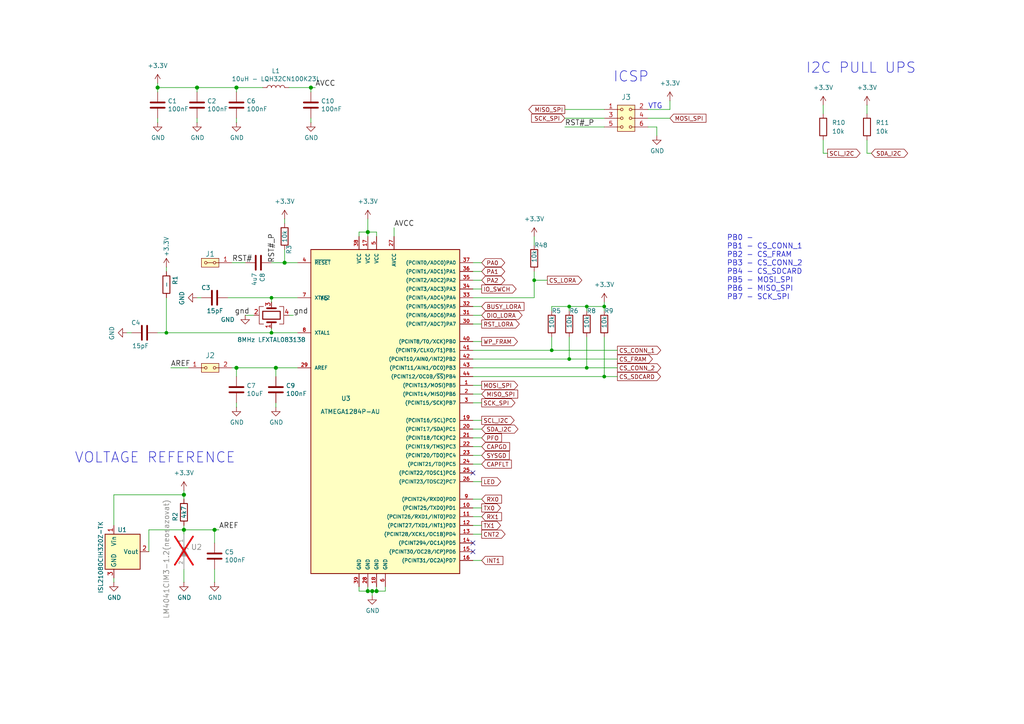
<source format=kicad_sch>
(kicad_sch (version 20231120) (generator "eeschema") (generator_version "8.0")
  (paper "A4")
  (lib_symbols
    (symbol "DATALOGGER01A-rescue:ATMEGA1284P-AU-atmel" (pin_names (offset 1.016))
      (property "Reference" "U" (at -21.59 47.752 0))
      (property "Value" "ATMEGA1284P-AU-atmel" (at 10.16 -49.53 0))
      (symbol "ATMEGA1284P-AU-atmel_0_1"
        (rectangle (start -21.59 46.99) (end 21.59 -46.99) (stroke (width 0.254)) (fill (type background)))
      )
      (symbol "ATMEGA1284P-AU-atmel_1_1"
        (pin bidirectional line (at 25.4 7.62 180) (length 3.81) (name "(PCINT13/MOSI)PB5") (number "1"))
        (pin bidirectional line (at 25.4 -27.94 180) (length 3.81) (name "(PCINT25/TXD0)PD1") (number "10"))
        (pin bidirectional line (at 25.4 -30.48 180) (length 3.81) (name "(PCINT26/RXD1/INT0)PD2") (number "11"))
        (pin bidirectional line (at 25.4 -33.02 180) (length 3.81) (name "(PCINT27/TXD1/INT1)PD3") (number "12"))
        (pin bidirectional line (at 25.4 -35.56 180) (length 3.81) (name "(PCINT28/XCK1/OC1B)PD4") (number "13"))
        (pin bidirectional line (at 25.4 -38.1 180) (length 3.81) (name "(PCINT294/OC1A)PD5") (number "14"))
        (pin bidirectional line (at 25.4 -40.64 180) (length 3.81) (name "(PCINT30/OC2B/ICP)PD6") (number "15"))
        (pin bidirectional line (at 25.4 -43.18 180) (length 3.81) (name "(PCINT31/OC2A)PD7") (number "16"))
        (pin power_in line (at -5.08 50.8 270) (length 3.81) (name "VCC") (number "17"))
        (pin power_in line (at -2.54 -50.8 90) (length 3.81) (name "GND") (number "18"))
        (pin bidirectional line (at 25.4 -2.54 180) (length 3.81) (name "(PCINT16/SCL)PC0") (number "19"))
        (pin bidirectional line (at 25.4 5.08 180) (length 3.81) (name "(PCINT14/MISO)PB6") (number "2"))
        (pin bidirectional line (at 25.4 -5.08 180) (length 3.81) (name "(PCINT17/SDA)PC1") (number "20"))
        (pin bidirectional line (at 25.4 -7.62 180) (length 3.81) (name "(PCINT18/TCK)PC2") (number "21"))
        (pin bidirectional line (at 25.4 -10.16 180) (length 3.81) (name "(PCINT19/TMS)PC3") (number "22"))
        (pin bidirectional line (at 25.4 -12.7 180) (length 3.81) (name "(PCINT20/TDO)PC4") (number "23"))
        (pin bidirectional line (at 25.4 -15.24 180) (length 3.81) (name "(PCINT21/TDI)PC5") (number "24"))
        (pin bidirectional line (at 25.4 -17.78 180) (length 3.81) (name "(PCINT22/TOSC1)PC6") (number "25"))
        (pin bidirectional line (at 25.4 -20.32 180) (length 3.81) (name "(PCINT23/TOSC2)PC7") (number "26"))
        (pin power_in line (at 2.54 50.8 270) (length 3.81) (name "AVCC") (number "27"))
        (pin power_in line (at -5.08 -50.8 90) (length 3.81) (name "GND") (number "28"))
        (pin power_in line (at -25.4 12.7 0) (length 3.81) (name "AREF") (number "29"))
        (pin bidirectional line (at 25.4 2.54 180) (length 3.81) (name "(PCINT15/SCK)PB7") (number "3"))
        (pin bidirectional line (at 25.4 25.4 180) (length 3.81) (name "(PCINT7/ADC7)PA7") (number "30"))
        (pin bidirectional line (at 25.4 27.94 180) (length 3.81) (name "(PCINT6/ADC6)PA6") (number "31"))
        (pin bidirectional line (at 25.4 30.48 180) (length 3.81) (name "(PCINT5/ADC5)PA5") (number "32"))
        (pin bidirectional line (at 25.4 33.02 180) (length 3.81) (name "(PCINT4/ADC4)PA4") (number "33"))
        (pin bidirectional line (at 25.4 35.56 180) (length 3.81) (name "(PCINT3/ADC3)PA3") (number "34"))
        (pin bidirectional line (at 25.4 38.1 180) (length 3.81) (name "(PCINT2/ADC2)PA2") (number "35"))
        (pin bidirectional line (at 25.4 40.64 180) (length 3.81) (name "(PCINT1/ADC1)PA1") (number "36"))
        (pin bidirectional line (at 25.4 43.18 180) (length 3.81) (name "(PCINT0/ADC0)PA0") (number "37"))
        (pin power_in line (at -7.62 50.8 270) (length 3.81) (name "VCC") (number "38"))
        (pin power_in line (at -7.62 -50.8 90) (length 3.81) (name "GND") (number "39"))
        (pin input line (at -25.4 43.18 0) (length 3.81) (name "~{RESET}") (number "4"))
        (pin bidirectional line (at 25.4 20.32 180) (length 3.81) (name "(PCINT8/T0/XCK)PB0") (number "40"))
        (pin bidirectional line (at 25.4 17.78 180) (length 3.81) (name "(PCINT9/CLKO/T1)PB1") (number "41"))
        (pin bidirectional line (at 25.4 15.24 180) (length 3.81) (name "(PCINT10/AIN0/INT2)PB2") (number "42"))
        (pin bidirectional line (at 25.4 12.7 180) (length 3.81) (name "(PCINT11/AIN1/OC0)PB3") (number "43"))
        (pin bidirectional line (at 25.4 10.16 180) (length 3.81) (name "(PCINT12/OC0B/~{SS})PB4") (number "44"))
        (pin power_in line (at -2.54 50.8 270) (length 3.81) (name "VCC") (number "5"))
        (pin power_in line (at 0 -50.8 90) (length 3.81) (name "GND") (number "6"))
        (pin bidirectional line (at -25.4 33.02 0) (length 3.81) (name "XTAL2") (number "7"))
        (pin bidirectional line (at -25.4 22.86 0) (length 3.81) (name "XTAL1") (number "8"))
        (pin bidirectional line (at 25.4 -25.4 180) (length 3.81) (name "(PCINT24/RXD0)PD0") (number "9"))
      )
    )
    (symbol "DATALOGGER01A-rescue:C-device" (pin_numbers hide) (pin_names (offset 0.254))
      (property "Reference" "C" (at 0.635 2.54 0))
      (property "Value" "C-device" (at 0.635 -2.54 0))
      (symbol "C-device_0_1"
        (polyline (pts (xy -2.032 -0.762) (xy 2.032 -0.762)) (stroke (width 0.508)))
        (polyline (pts (xy -2.032 0.762) (xy 2.032 0.762)) (stroke (width 0.508)))
      )
      (symbol "C-device_1_1"
        (pin passive line (at 0 3.81 270) (length 2.794) (name "~") (number "1"))
        (pin passive line (at 0 -3.81 90) (length 2.794) (name "~") (number "2"))
      )
    )
    (symbol "DATALOGGER01A-rescue:HEADER_2x01-MLAB_HEADER" (pin_names (offset 1.016))
      (property "Reference" "J" (at 0 -2.54 0))
      (property "Value" "HEADER_2x01-MLAB_HEADER" (at 0 2.54 0))
      (symbol "HEADER_2x01-MLAB_HEADER_0_1"
        (rectangle (start -2.54 1.27) (end 2.54 -1.27) (fill (type background)))
        (circle (center -1.27 0) (radius 0.381))
        (polyline (pts (xy -1.651 0) (xy -2.54 0)))
        (polyline (pts (xy 1.651 0) (xy 2.54 0)))
        (circle (center 1.27 0) (radius 0.381))
      )
      (symbol "HEADER_2x01-MLAB_HEADER_1_1"
        (pin input line (at -6.35 0 0) (length 3.81) (name "~") (number "1"))
        (pin input line (at 6.35 0 180) (length 3.81) (name "~") (number "2"))
      )
    )
    (symbol "DATALOGGER01A-rescue:HEADER_2x01_PARALLEL-MLAB_HEADER" (pin_names (offset 1.016))
      (property "Reference" "J" (at 0 -2.54 0))
      (property "Value" "HEADER_2x01_PARALLEL-MLAB_HEADER" (at 0 2.54 0))
      (symbol "HEADER_2x01_PARALLEL-MLAB_HEADER_0_1"
        (rectangle (start -2.54 1.27) (end 2.54 -1.27) (fill (type background)))
        (circle (center -1.27 0) (radius 0.381))
        (polyline (pts (xy -1.651 0) (xy -2.54 0)))
        (polyline (pts (xy -0.889 0) (xy 0.889 0)))
        (circle (center 1.27 0) (radius 0.381))
      )
      (symbol "HEADER_2x01_PARALLEL-MLAB_HEADER_1_1"
        (pin input line (at -6.35 0 0) (length 3.81) (name "~") (number "1"))
        (pin input line (at -6.35 0 0) (length 3.81) hide (name "~") (number "2"))
      )
    )
    (symbol "DATALOGGER01A-rescue:HEADER_2x03-MLAB_HEADER" (pin_names (offset 1.016))
      (property "Reference" "J" (at 0 -5.08 0))
      (property "Value" "HEADER_2x03-MLAB_HEADER" (at 0 5.08 0))
      (symbol "HEADER_2x03-MLAB_HEADER_0_1"
        (rectangle (start -2.54 3.81) (end 2.54 -3.81) (fill (type background)))
        (circle (center -1.27 -2.54) (radius 0.381))
        (circle (center -1.27 0) (radius 0.381))
        (circle (center -1.27 2.54) (radius 0.381))
        (polyline (pts (xy -1.651 -2.54) (xy -2.54 -2.54)))
        (polyline (pts (xy -1.651 0) (xy -2.54 0)))
        (polyline (pts (xy -1.651 2.54) (xy -2.54 2.54)))
        (polyline (pts (xy 1.651 -2.54) (xy 2.54 -2.54)))
        (polyline (pts (xy 1.651 0) (xy 2.54 0)))
        (polyline (pts (xy 1.651 2.54) (xy 2.54 2.54)))
        (circle (center 1.27 -2.54) (radius 0.381))
        (circle (center 1.27 0) (radius 0.381))
        (circle (center 1.27 2.54) (radius 0.381))
      )
      (symbol "HEADER_2x03-MLAB_HEADER_1_1"
        (pin input line (at -6.35 2.54 0) (length 3.81) (name "~") (number "1"))
        (pin input line (at 6.35 2.54 180) (length 3.81) (name "~") (number "2"))
        (pin input line (at -6.35 0 0) (length 3.81) (name "~") (number "3"))
        (pin input line (at 6.35 0 180) (length 3.81) (name "~") (number "4"))
        (pin input line (at -6.35 -2.54 0) (length 3.81) (name "~") (number "5"))
        (pin input line (at 6.35 -2.54 180) (length 3.81) (name "~") (number "6"))
      )
    )
    (symbol "DATALOGGER01A-rescue:ISL21070CIH320Z-TK-references"
      (property "Reference" "U" (at -0.635 8.255 0))
      (property "Value" "ISL21070CIH320Z-TK-references" (at -1.905 6.35 0))
      (symbol "ISL21070CIH320Z-TK-references_0_1"
        (rectangle (start -5.08 5.08) (end 5.08 -5.08) (stroke (width 0.254)) (fill (type background)))
      )
      (symbol "ISL21070CIH320Z-TK-references_1_1"
        (pin power_in line (at -2.54 7.62 270) (length 2.54) (name "Vin") (number "1"))
        (pin power_out line (at 7.62 0 180) (length 2.54) (name "Vout") (number "2"))
        (pin power_in line (at -2.54 -7.62 90) (length 2.54) (name "GND") (number "3"))
      )
    )
    (symbol "DATALOGGER01A-rescue:L-device" (pin_numbers hide) (pin_names (offset 1.016) hide)
      (property "Reference" "L" (at -1.27 0 90))
      (property "Value" "L-device" (at 1.905 0 90))
      (symbol "L-device_0_1"
        (arc (start 0 -2.54) (mid 0.6323 -1.905) (end 0 -1.27))
        (arc (start 0 -1.27) (mid 0.6323 -0.635) (end 0 0))
        (arc (start 0 0) (mid 0.6323 0.635) (end 0 1.27))
        (arc (start 0 1.27) (mid 0.6323 1.905) (end 0 2.54))
      )
      (symbol "L-device_1_1"
        (pin passive line (at 0 3.81 270) (length 1.27) (name "1") (number "1"))
        (pin passive line (at 0 -3.81 90) (length 1.27) (name "2") (number "2"))
      )
    )
    (symbol "DATALOGGER01A-rescue:LM4041CIM3-1.2-MLAB_D" (pin_names (offset 1.016))
      (property "Reference" "U" (at -3.81 5.08 0))
      (property "Value" "LM4041CIM3-1.2-MLAB_D" (at 1.27 -5.08 0))
      (symbol "LM4041CIM3-1.2-MLAB_D_1_1"
        (polyline (pts (xy 1.27 0) (xy -1.27 1.27) (xy -1.27 -1.27) (xy 1.27 0) (xy 1.27 0)) (fill (type outline)))
        (polyline (pts (xy 1.778 1.27) (xy 1.27 0.762) (xy 1.27 -0.762) (xy 0.762 -1.27) (xy 0.762 -1.27)) (stroke (width 0.2032)))
        (pin passive line (at 5.08 0 180) (length 3.81) (name "K") (number "1"))
        (pin passive line (at -5.08 0 0) (length 3.81) (name "A") (number "2"))
      )
    )
    (symbol "DATALOGGER01A-rescue:R-device" (pin_numbers hide) (pin_names (offset 0))
      (property "Reference" "R" (at 2.032 0 90))
      (property "Value" "R-device" (at 0 0 90))
      (symbol "R-device_0_1"
        (rectangle (start -1.016 -2.54) (end 1.016 2.54) (stroke (width 0.254)))
      )
      (symbol "R-device_1_1"
        (pin passive line (at 0 3.81 270) (length 1.27) (name "~") (number "1"))
        (pin passive line (at 0 -3.81 90) (length 1.27) (name "~") (number "2"))
      )
    )
    (symbol "Device:Crystal_GND24" (pin_names (offset 1.016) hide)
      (property "Reference" "Y" (at 3.175 5.08 0))
      (property "Value" "Crystal_GND24" (at 3.175 3.175 0))
      (symbol "Crystal_GND24_0_1"
        (rectangle (start -1.143 2.54) (end 1.143 -2.54) (stroke (width 0.3048)))
        (polyline (pts (xy -2.54 0) (xy -2.032 0)))
        (polyline (pts (xy -2.032 -1.27) (xy -2.032 1.27)) (stroke (width 0.508)))
        (polyline (pts (xy 0 -3.81) (xy 0 -3.556)))
        (polyline (pts (xy 0 3.556) (xy 0 3.81)))
        (polyline (pts (xy 2.032 -1.27) (xy 2.032 1.27)) (stroke (width 0.508)))
        (polyline (pts (xy 2.032 0) (xy 2.54 0)))
        (polyline (pts (xy -2.54 -2.286) (xy -2.54 -3.556) (xy 2.54 -3.556) (xy 2.54 -2.286)))
        (polyline (pts (xy -2.54 2.286) (xy -2.54 3.556) (xy 2.54 3.556) (xy 2.54 2.286)))
      )
      (symbol "Crystal_GND24_1_1"
        (pin passive line (at -3.81 0 0) (length 1.27) (name "1") (number "1"))
        (pin passive line (at 0 5.08 270) (length 1.27) (name "2") (number "2"))
        (pin passive line (at 3.81 0 180) (length 1.27) (name "3") (number "3"))
        (pin passive line (at 0 -5.08 90) (length 1.27) (name "4") (number "4"))
      )
    )
    (symbol "Device:R" (pin_numbers hide) (pin_names (offset 0))
      (property "Reference" "R" (at 2.032 0 90))
      (property "Value" "R" (at 0 0 90))
      (symbol "R_0_1"
        (rectangle (start -1.016 -2.54) (end 1.016 2.54) (stroke (width 0.254)))
      )
      (symbol "R_1_1"
        (pin passive line (at 0 3.81 270) (length 1.27) (name "~") (number "1"))
        (pin passive line (at 0 -3.81 90) (length 1.27) (name "~") (number "2"))
      )
    )
    (symbol "power:+3.3V" (power) (pin_numbers hide) (pin_names (offset 0) hide)
      (property "Value" "+3.3V" (at 0 3.556 0))
      (symbol "+3.3V_0_1"
        (polyline (pts (xy -0.762 1.27) (xy 0 2.54)))
        (polyline (pts (xy 0 0) (xy 0 2.54)))
        (polyline (pts (xy 0 2.54) (xy 0.762 1.27)))
      )
      (symbol "+3.3V_1_1"
        (pin power_in line (at 0 0 90) (length 0) (name "~") (number "1"))
      )
    )
    (symbol "power:GND" (power) (pin_numbers hide) (pin_names (offset 0) hide)
      (property "Value" "GND" (at 0 -3.81 0))
      (symbol "GND_0_1"
        (polyline (pts (xy 0 0) (xy 0 -1.27) (xy 1.27 -1.27) (xy 0 -2.54) (xy -1.27 -1.27) (xy 0 -1.27)))
      )
      (symbol "GND_1_1"
        (pin power_in line (at 0 0 270) (length 0) (name "~") (number "1"))
      )
    )
  )
  (junction (at 57.15 25.4) (diameter 1.016))
  (junction (at 78.74 96.52))
  (junction (at 175.26 88.9))
  (junction (at 68.58 25.4) (diameter 1.016))
  (junction (at 109.22 171.45) (diameter 1.016))
  (junction (at 154.94 81.28))
  (junction (at 106.68 171.45) (diameter 1.016))
  (junction (at 106.68 67.31) (diameter 1.016))
  (junction (at 170.18 88.9))
  (junction (at 45.72 25.4) (diameter 1.016))
  (junction (at 82.55 76.2) (diameter 1.016))
  (junction (at 78.74 86.36))
  (junction (at 160.02 101.6))
  (junction (at 80.01 106.68) (diameter 1.016))
  (junction (at 165.1 104.14))
  (junction (at 53.34 143.51) (diameter 1.016))
  (junction (at 53.34 153.67) (diameter 1.016))
  (junction (at 107.95 171.45) (diameter 1.016))
  (junction (at 170.18 106.68))
  (junction (at 68.58 106.68) (diameter 1.016))
  (junction (at 90.17 25.4) (diameter 1.016))
  (junction (at 48.26 96.52))
  (junction (at 165.1 88.9))
  (junction (at 62.23 153.67) (diameter 1.016))
  (junction (at 175.26 109.22))
  (no_connect (at 137.16 160.02))
  (no_connect (at 137.16 137.16))
  (no_connect (at 137.16 157.48))
  (wire (pts (xy 137.16 124.46) (xy 139.7 124.46)))
  (wire (pts (xy 137.16 111.76) (xy 139.7 111.76)))
  (wire (pts (xy 137.16 104.14) (xy 165.1 104.14)))
  (wire (pts (xy 137.16 154.94) (xy 139.7 154.94)))
  (wire (pts (xy 104.14 170.18) (xy 104.14 171.45)))
  (wire (pts (xy 187.96 36.83) (xy 190.5 36.83)))
  (wire (pts (xy 137.16 147.32) (xy 139.7 147.32)))
  (wire (pts (xy 48.26 77.47) (xy 48.26 78.74)))
  (wire (pts (xy 137.16 101.6) (xy 160.02 101.6)))
  (wire (pts (xy 109.22 171.45) (xy 111.76 171.45)))
  (wire (pts (xy 137.16 83.82) (xy 139.7 83.82)))
  (wire (pts (xy 107.95 172.72) (xy 107.95 171.45)))
  (wire (pts (xy 106.68 67.31) (xy 109.22 67.31)))
  (wire (pts (xy 57.15 86.36) (xy 58.42 86.36)))
  (wire (pts (xy 104.14 68.58) (xy 104.14 67.31)))
  (wire (pts (xy 175.26 88.9) (xy 170.18 88.9)))
  (wire (pts (xy 137.16 76.2) (xy 139.7 76.2)))
  (wire (pts (xy 53.34 143.51) (xy 53.34 142.24)))
  (wire (pts (xy 109.22 170.18) (xy 109.22 171.45)))
  (wire (pts (xy 160.02 88.9) (xy 160.02 90.17)))
  (wire (pts (xy 83.82 91.44) (xy 85.09 91.44)))
  (wire (pts (xy 48.26 96.52) (xy 78.74 96.52)))
  (wire (pts (xy 190.5 36.83) (xy 190.5 39.37)))
  (wire (pts (xy 137.16 134.62) (xy 139.7 134.62)))
  (wire (pts (xy 53.34 154.94) (xy 53.34 153.67)))
  (wire (pts (xy 165.1 88.9) (xy 160.02 88.9)))
  (wire (pts (xy 175.26 88.9) (xy 175.26 90.17)))
  (wire (pts (xy 175.26 87.63) (xy 175.26 88.9)))
  (wire (pts (xy 163.83 34.29) (xy 175.26 34.29)))
  (wire (pts (xy 160.02 97.79) (xy 160.02 101.6)))
  (wire (pts (xy 107.95 171.45) (xy 109.22 171.45)))
  (wire (pts (xy 109.22 67.31) (xy 109.22 68.58)))
  (wire (pts (xy 68.58 26.67) (xy 68.58 25.4)))
  (wire (pts (xy 165.1 97.79) (xy 165.1 104.14)))
  (wire (pts (xy 53.34 168.91) (xy 53.34 165.1)))
  (wire (pts (xy 71.12 91.44) (xy 73.66 91.44)))
  (wire (pts (xy 187.96 34.29) (xy 194.31 34.29)))
  (wire (pts (xy 68.58 106.68) (xy 68.58 109.22)))
  (wire (pts (xy 78.74 95.25) (xy 78.74 96.52)))
  (wire (pts (xy 137.16 86.36) (xy 154.94 86.36)))
  (wire (pts (xy 80.01 118.11) (xy 80.01 116.84)))
  (wire (pts (xy 57.15 26.67) (xy 57.15 25.4)))
  (wire (pts (xy 82.55 76.2) (xy 86.36 76.2)))
  (wire (pts (xy 154.94 81.28) (xy 158.75 81.28)))
  (wire (pts (xy 163.83 31.75) (xy 175.26 31.75)))
  (wire (pts (xy 137.16 121.92) (xy 139.7 121.92)))
  (wire (pts (xy 104.14 67.31) (xy 106.68 67.31)))
  (wire (pts (xy 137.16 144.78) (xy 139.7 144.78)))
  (wire (pts (xy 175.26 97.79) (xy 175.26 109.22)))
  (wire (pts (xy 90.17 35.56) (xy 90.17 34.29)))
  (wire (pts (xy 68.58 118.11) (xy 68.58 116.84)))
  (wire (pts (xy 137.16 99.06) (xy 139.7 99.06)))
  (wire (pts (xy 78.74 86.36) (xy 78.74 87.63)))
  (wire (pts (xy 90.17 25.4) (xy 90.17 26.67)))
  (wire (pts (xy 62.23 153.67) (xy 62.23 157.48)))
  (wire (pts (xy 62.23 168.91) (xy 62.23 165.1)))
  (wire (pts (xy 53.34 144.78) (xy 53.34 143.51)))
  (wire (pts (xy 67.31 106.68) (xy 68.58 106.68)))
  (wire (pts (xy 53.34 153.67) (xy 53.34 152.4)))
  (wire (pts (xy 154.94 86.36) (xy 154.94 81.28)))
  (wire (pts (xy 137.16 78.74) (xy 139.7 78.74)))
  (wire (pts (xy 238.76 40.64) (xy 238.76 44.45)))
  (wire (pts (xy 106.68 170.18) (xy 106.68 171.45)))
  (wire (pts (xy 53.34 143.51) (xy 33.02 143.51)))
  (wire (pts (xy 154.94 68.58) (xy 154.94 71.12)))
  (wire (pts (xy 80.01 109.22) (xy 80.01 106.68)))
  (wire (pts (xy 104.14 171.45) (xy 106.68 171.45)))
  (wire (pts (xy 53.34 153.67) (xy 62.23 153.67)))
  (wire (pts (xy 80.01 106.68) (xy 86.36 106.68)))
  (wire (pts (xy 106.68 68.58) (xy 106.68 67.31)))
  (wire (pts (xy 78.74 96.52) (xy 86.36 96.52)))
  (wire (pts (xy 251.46 44.45) (xy 252.73 44.45)))
  (wire (pts (xy 137.16 139.7) (xy 139.7 139.7)))
  (wire (pts (xy 170.18 88.9) (xy 170.18 90.17)))
  (wire (pts (xy 170.18 88.9) (xy 165.1 88.9)))
  (wire (pts (xy 154.94 78.74) (xy 154.94 81.28)))
  (wire (pts (xy 114.3 68.58) (xy 114.3 66.04)))
  (wire (pts (xy 57.15 25.4) (xy 68.58 25.4)))
  (wire (pts (xy 43.18 153.67) (xy 53.34 153.67)))
  (wire (pts (xy 170.18 97.79) (xy 170.18 106.68)))
  (wire (pts (xy 33.02 168.91) (xy 33.02 167.64)))
  (wire (pts (xy 68.58 25.4) (xy 76.2 25.4)))
  (wire (pts (xy 54.61 106.68) (xy 49.53 106.68)))
  (wire (pts (xy 66.04 86.36) (xy 78.74 86.36)))
  (wire (pts (xy 91.44 25.4) (xy 90.17 25.4)))
  (wire (pts (xy 137.16 116.84) (xy 139.7 116.84)))
  (wire (pts (xy 137.16 132.08) (xy 139.7 132.08)))
  (wire (pts (xy 82.55 72.39) (xy 82.55 76.2)))
  (wire (pts (xy 111.76 171.45) (xy 111.76 170.18)))
  (wire (pts (xy 137.16 127) (xy 139.7 127)))
  (wire (pts (xy 57.15 35.56) (xy 57.15 34.29)))
  (wire (pts (xy 36.83 96.52) (xy 38.1 96.52)))
  (wire (pts (xy 33.02 143.51) (xy 33.02 152.4)))
  (wire (pts (xy 187.96 31.75) (xy 194.31 31.75)))
  (wire (pts (xy 137.16 129.54) (xy 139.7 129.54)))
  (wire (pts (xy 106.68 67.31) (xy 106.68 63.5)))
  (wire (pts (xy 68.58 106.68) (xy 80.01 106.68)))
  (wire (pts (xy 45.72 96.52) (xy 48.26 96.52)))
  (wire (pts (xy 165.1 104.14) (xy 179.07 104.14)))
  (wire (pts (xy 67.31 76.2) (xy 71.12 76.2)))
  (wire (pts (xy 43.18 153.67) (xy 43.18 160.02)))
  (wire (pts (xy 160.02 101.6) (xy 179.07 101.6)))
  (wire (pts (xy 238.76 44.45) (xy 240.03 44.45)))
  (wire (pts (xy 175.26 109.22) (xy 179.07 109.22)))
  (wire (pts (xy 45.72 26.67) (xy 45.72 25.4)))
  (wire (pts (xy 137.16 81.28) (xy 139.7 81.28)))
  (wire (pts (xy 83.82 25.4) (xy 90.17 25.4)))
  (wire (pts (xy 137.16 109.22) (xy 175.26 109.22)))
  (wire (pts (xy 106.68 171.45) (xy 107.95 171.45)))
  (wire (pts (xy 137.16 93.98) (xy 139.7 93.98)))
  (wire (pts (xy 137.16 88.9) (xy 139.7 88.9)))
  (wire (pts (xy 137.16 91.44) (xy 139.7 91.44)))
  (wire (pts (xy 78.74 86.36) (xy 86.36 86.36)))
  (wire (pts (xy 45.72 35.56) (xy 45.72 34.29)))
  (wire (pts (xy 62.23 153.67) (xy 63.5 153.67)))
  (wire (pts (xy 48.26 86.36) (xy 48.26 96.52)))
  (wire (pts (xy 251.46 40.64) (xy 251.46 44.45)))
  (wire (pts (xy 45.72 25.4) (xy 57.15 25.4)))
  (wire (pts (xy 45.72 25.4) (xy 45.72 24.13)))
  (wire (pts (xy 194.31 31.75) (xy 194.31 29.21)))
  (wire (pts (xy 170.18 106.68) (xy 179.07 106.68)))
  (wire (pts (xy 78.74 76.2) (xy 82.55 76.2)))
  (wire (pts (xy 82.55 64.77) (xy 82.55 63.5)))
  (wire (pts (xy 238.76 30.48) (xy 238.76 33.02)))
  (wire (pts (xy 251.46 30.48) (xy 251.46 33.02)))
  (wire (pts (xy 137.16 162.56) (xy 139.7 162.56)))
  (wire (pts (xy 137.16 106.68) (xy 170.18 106.68)))
  (wire (pts (xy 68.58 35.56) (xy 68.58 34.29)))
  (wire (pts (xy 137.16 152.4) (xy 139.7 152.4)))
  (wire (pts (xy 163.83 36.83) (xy 175.26 36.83)))
  (wire (pts (xy 137.16 114.3) (xy 139.7 114.3)))
  (wire (pts (xy 165.1 88.9) (xy 165.1 90.17)))
  (wire (pts (xy 137.16 149.86) (xy 139.7 149.86)))
  (text "VOLTAGE REFERENCE" (at 21.59 134.62 0) (effects (font (size 3 3)) (justify left bottom)))
  (text "I2C PULL UPS" (at 233.68 21.59 0) (effects (font (size 3 3)) (justify left bottom)))
  (text "ICSP" (at 177.8 24.13 0) (effects (font (size 3 3)) (justify left bottom)))
  (text "VTG" (at 187.96 31.75 0) (effects (font (size 1.524 1.524)) (justify left bottom)))
  (text "PB0 - \nPB1 - CS_CONN_1\nPB2 - CS_FRAM\nPB3 - CS_CONN_2\nPB4 - CS_SDCARD\nPB5 - MOSI_SPI\nPB6 - MISO_SPI\nPB7 - SCK_SPI" (at 210.82 87.122 0) (effects (font (size 1.524 1.524)) (justify left bottom)))
  (label "gnd" (at 85.09 91.44 0) (effects (font (size 1.524 1.524))))
  (label "gnd" (at 72.39 91.44 180) (effects (font (size 1.524 1.524))))
  (label "AREF" (at 63.5 153.67 0) (effects (font (size 1.524 1.524))))
  (label "AVCC" (at 91.44 25.4 0) (effects (font (size 1.524 1.524))))
  (label "RST#" (at 67.31 76.2 0) (effects (font (size 1.524 1.524))))
  (label "RST#_P" (at 80.01 76.2 90) (effects (font (size 1.524 1.524))))
  (label "AVCC" (at 114.3 66.04 0) (effects (font (size 1.524 1.524))))
  (label "AREF" (at 49.53 106.68 0) (effects (font (size 1.524 1.524))))
  (label "RST#_P" (at 163.83 36.83 0) (effects (font (size 1.524 1.524))))
  (global_label "CS_CONN_2" (shape output) (at 179.07 106.68 0) (effects (font (size 1.2 1.2))) (property "Intersheetrefs" "${INTERSHEET_REFS}" (effects (hide yes))))
  (global_label "MOSI_SPI" (shape input) (at 194.31 34.29 0) (effects (font (size 1.2 1.2))) (property "Intersheetrefs" "${INTERSHEET_REFS}" (effects (hide yes))))
  (global_label "SCL_I2C" (shape output) (at 139.7 121.92 0) (effects (font (size 1.2 1.2))) (property "Intersheetrefs" "${INTERSHEET_REFS}" (effects (hide yes))))
  (global_label "CAPGD" (shape input) (at 139.7 129.54 0) (effects (font (size 1.2 1.2))) (property "Intersheetrefs" "${INTERSHEET_REFS}" (effects (hide yes))))
  (global_label "RX0" (shape input) (at 139.7 144.78 0) (effects (font (size 1.2 1.2))) (property "Intersheetrefs" "${INTERSHEET_REFS}" (effects (hide yes))))
  (global_label "PFO" (shape input) (at 139.7 127 0) (effects (font (size 1.2 1.2))) (property "Intersheetrefs" "${INTERSHEET_REFS}" (effects (hide yes))))
  (global_label "CS_SDCARD" (shape output) (at 179.07 109.22 0) (effects (font (size 1.2 1.2))) (property "Intersheetrefs" "${INTERSHEET_REFS}" (effects (hide yes))))
  (global_label "LED" (shape output) (at 139.7 139.7 0) (effects (font (size 1.2 1.2))) (property "Intersheetrefs" "${INTERSHEET_REFS}" (effects (hide yes))))
  (global_label "TX1" (shape output) (at 139.7 152.4 0) (effects (font (size 1.2 1.2))) (property "Intersheetrefs" "${INTERSHEET_REFS}" (effects (hide yes))))
  (global_label "SDA_I2C" (shape bidirectional) (at 139.7 124.46 0) (effects (font (size 1.2 1.2))) (property "Intersheetrefs" "${INTERSHEET_REFS}" (effects (hide yes))))
  (global_label "PA2" (shape bidirectional) (at 139.7 81.28 0) (effects (font (size 1.2 1.2))) (property "Intersheetrefs" "${INTERSHEET_REFS}" (effects (hide yes))))
  (global_label "RX1" (shape input) (at 139.7 149.86 0) (effects (font (size 1.2 1.2))) (property "Intersheetrefs" "${INTERSHEET_REFS}" (effects (hide yes))))
  (global_label "CAPFLT" (shape input) (at 139.7 134.62 0) (effects (font (size 1.2 1.2))) (property "Intersheetrefs" "${INTERSHEET_REFS}" (effects (hide yes))))
  (global_label "CS_LORA" (shape output) (at 158.75 81.28 0) (effects (font (size 1.2 1.2))) (property "Intersheetrefs" "${INTERSHEET_REFS}" (effects (hide yes))))
  (global_label "SYSGD" (shape input) (at 139.7 132.08 0) (effects (font (size 1.2 1.2))) (property "Intersheetrefs" "${INTERSHEET_REFS}" (effects (hide yes))))
  (global_label "RST_LORA" (shape output) (at 139.7 93.98 0) (effects (font (size 1.2 1.2))) (property "Intersheetrefs" "${INTERSHEET_REFS}" (effects (hide yes))))
  (global_label "BUSY_LORA" (shape input) (at 139.7 88.9 0) (effects (font (size 1.2 1.2))) (property "Intersheetrefs" "${INTERSHEET_REFS}" (effects (hide yes))))
  (global_label "WP_FRAM" (shape output) (at 139.7 99.06 0) (effects (font (size 1.2 1.2))) (property "Intersheetrefs" "${INTERSHEET_REFS}" (effects (hide yes))))
  (global_label "INT1" (shape input) (at 139.7 162.56 0) (effects (font (size 1.2 1.2))) (property "Intersheetrefs" "${INTERSHEET_REFS}" (effects (hide yes))))
  (global_label "SCL_I2C" (shape output) (at 240.03 44.45 0) (effects (font (size 1.2 1.2))) (property "Intersheetrefs" "${INTERSHEET_REFS}" (effects (hide yes))))
  (global_label "CNT2" (shape output) (at 139.7 154.94 0) (effects (font (size 1.2 1.2))) (property "Intersheetrefs" "${INTERSHEET_REFS}" (effects (hide yes))))
  (global_label "CS_FRAM" (shape output) (at 179.07 104.14 0) (effects (font (size 1.2 1.2))) (property "Intersheetrefs" "${INTERSHEET_REFS}" (effects (hide yes))))
  (global_label "CS_CONN_1" (shape output) (at 179.07 101.6 0) (effects (font (size 1.2 1.2))) (property "Intersheetrefs" "${INTERSHEET_REFS}" (effects (hide yes))))
  (global_label "DIO_LORA" (shape bidirectional) (at 139.7 91.44 0) (effects (font (size 1.2 1.2))) (property "Intersheetrefs" "${INTERSHEET_REFS}" (effects (hide yes))))
  (global_label "TX0" (shape output) (at 139.7 147.32 0) (effects (font (size 1.2 1.2))) (property "Intersheetrefs" "${INTERSHEET_REFS}" (effects (hide yes))))
  (global_label "MISO_SPI" (shape input) (at 139.7 114.3 0) (effects (font (size 1.2 1.2))) (property "Intersheetrefs" "${INTERSHEET_REFS}" (effects (hide yes))))
  (global_label "MOSI_SPI" (shape output) (at 139.7 111.76 0) (effects (font (size 1.2 1.2))) (property "Intersheetrefs" "${INTERSHEET_REFS}" (effects (hide yes))))
  (global_label "PA0" (shape bidirectional) (at 139.7 76.2 0) (effects (font (size 1.2 1.2))) (property "Intersheetrefs" "${INTERSHEET_REFS}" (effects (hide yes))))
  (global_label "PA1" (shape bidirectional) (at 139.7 78.74 0) (effects (font (size 1.2 1.2))) (property "Intersheetrefs" "${INTERSHEET_REFS}" (effects (hide yes))))
  (global_label "MISO_SPI" (shape output) (at 163.83 31.75 180) (effects (font (size 1.2 1.2))) (property "Intersheetrefs" "${INTERSHEET_REFS}" (effects (hide yes))))
  (global_label "SCK_SPI" (shape input) (at 163.83 34.29 180) (effects (font (size 1.2 1.2))) (property "Intersheetrefs" "${INTERSHEET_REFS}" (effects (hide yes))))
  (global_label "IO_SWCH" (shape output) (at 139.7 83.82 0) (effects (font (size 1.2 1.2))) (property "Intersheetrefs" "${INTERSHEET_REFS}" (effects (hide yes))))
  (global_label "SDA_I2C" (shape bidirectional) (at 252.73 44.45 0) (effects (font (size 1.2 1.2))) (property "Intersheetrefs" "${INTERSHEET_REFS}" (effects (hide yes))))
  (global_label "SCK_SPI" (shape output) (at 139.7 116.84 0) (effects (font (size 1.2 1.2))) (property "Intersheetrefs" "${INTERSHEET_REFS}" (effects (hide yes))))
  (symbol (lib_id "power:GND") (at 53.34 168.91 0) (unit 1)
    (property "Reference" "#PWR010" (effects (hide yes)))
    (property "Value" "GND" (at 53.467 173.3042 0))
    (property "Description" "Power symbol creates a global label with name \"GND\" , ground" (effects (hide yes)))
  )
  (symbol (lib_id "power:+3.3V") (at 53.34 142.24 0) (unit 1)
    (property "Reference" "#PWR09" (effects (hide yes)))
    (property "Value" "+3.3V" (at 53.34 137.16 0))
    (property "Description" "Power symbol creates a global label with name \"+3.3V\"" (effects (hide yes)))
  )
  (symbol (lib_id "power:+3.3V") (at 194.31 29.21 0) (unit 1)
    (property "Reference" "#PWR031" (effects (hide yes)))
    (property "Value" "+3.3V" (at 194.31 24.13 0))
    (property "Description" "Power symbol creates a global label with name \"+3.3V\"" (effects (hide yes)))
  )
  (symbol (lib_id "power:GND") (at 33.02 168.91 0) (unit 1)
    (property "Reference" "#PWR05" (effects (hide yes)))
    (property "Value" "GND" (at 33.147 173.3042 0))
    (property "Description" "Power symbol creates a global label with name \"GND\" , ground" (effects (hide yes)))
  )
  (symbol (lib_id "power:GND") (at 68.58 118.11 0) (unit 1)
    (property "Reference" "#PWR016" (effects (hide yes)))
    (property "Value" "GND" (at 68.707 122.5042 0))
    (property "Description" "Power symbol creates a global label with name \"GND\" , ground" (effects (hide yes)))
  )
  (symbol (lib_id "power:GND") (at 190.5 39.37 0) (unit 1)
    (property "Reference" "#PWR030" (effects (hide yes)))
    (property "Value" "GND" (at 190.627 43.7642 0))
    (property "Description" "Power symbol creates a global label with name \"GND\" , ground" (effects (hide yes)))
  )
  (symbol (lib_id "DATALOGGER01A-rescue:C-device") (at 74.93 76.2 270) (unit 1)
    (property "Reference" "C8" (at 76.0984 79.121 0) (effects (justify left)))
    (property "Value" "4u7" (at 73.787 79.121 0) (effects (justify left)))
    (property "Footprint" "Capacitor_SMD:C_0805_2012Metric" (effects (hide yes)))
    (property "UST_ID" "5c70984712875079b91f8b52" (effects (hide yes)))
  )
  (symbol (lib_id "DATALOGGER01A-rescue:C-device") (at 62.23 161.29 0) (unit 1)
    (property "Reference" "C5" (at 65.151 160.1216 0) (effects (justify left)))
    (property "Value" "100nF" (at 65.151 162.433 0) (effects (justify left)))
    (property "Footprint" "Capacitor_SMD:C_0805_2012Metric" (effects (hide yes)))
    (property "UST_ID" "5c70984712875079b91f8b4c" (effects (hide yes)))
  )
  (symbol (lib_id "power:GND") (at 62.23 168.91 0) (unit 1)
    (property "Reference" "#PWR014" (effects (hide yes)))
    (property "Value" "GND" (at 62.357 173.3042 0))
    (property "Description" "Power symbol creates a global label with name \"GND\" , ground" (effects (hide yes)))
  )
  (symbol (lib_id "DATALOGGER01A-rescue:ATMEGA1284P-AU-atmel") (at 111.76 119.38 0) (unit 1)
    (property "Reference" "U3" (at 100.33 115.57 0))
    (property "Value" "ATMEGA1284P-AU" (at 101.6 119.38 0))
    (property "Footprint" "Package_QFP:TQFP-44_10x10mm_P0.8mm" (effects (hide yes)))
    (property "Datasheet" "http://www.atmel.com/Images/Atmel-8272-8-bit-AVR-microcontroller-ATmega164A_PA-324A_PA-644A_PA-1284_P_datasheet.pdf" (effects (hide yes)))
    (property "UST_ID" "5c70984412875079b91f888e" (effects (hide yes)))
  )
  (symbol (lib_id "power:GND") (at 36.83 96.52 270) (unit 1)
    (property "Reference" "#PWR013" (effects (hide yes)))
    (property "Value" "GND" (at 32.4358 96.647 0))
    (property "Description" "Power symbol creates a global label with name \"GND\" , ground" (effects (hide yes)))
  )
  (symbol (lib_id "power:+3.3V") (at 154.94 68.58 0) (unit 1)
    (property "Reference" "#PWR068" (effects (hide yes)))
    (property "Value" "+3.3V" (at 154.94 63.5 0))
    (property "Description" "Power symbol creates a global label with name \"+3.3V\"" (effects (hide yes)))
  )
  (symbol (lib_id "DATALOGGER01A-rescue:HEADER_2x01_PARALLEL-MLAB_HEADER") (at 60.96 76.2 180) (unit 1)
    (property "Reference" "J1" (at 60.96 73.66 0) (effects (font (size 1.524 1.524))))
    (property "Value" "HEADER_2x01_PARALLEL" (effects (hide yes)))
    (property "Footprint" "Mlab_Pin_Headers:Straight_2x01" (effects (hide yes)))
  )
  (symbol (lib_id "Device:R") (at 160.02 93.98 0) (unit 1)
    (property "Reference" "R5" (at 160.02 90.17 0) (effects (justify left)))
    (property "Value" "10k" (at 160.02 95.25 90) (effects (justify left)))
    (property "Footprint" "Resistor_SMD:R_0805_2012Metric" (effects (hide yes)))
    (property "Description" "Resistor" (effects (hide yes)))
  )
  (symbol (lib_id "Device:R") (at 251.46 36.83 0) (unit 1)
    (property "Reference" "R11" (at 254 35.5599 0) (effects (justify left)))
    (property "Value" "10k" (at 254 38.0999 0) (effects (justify left)))
    (property "Footprint" "Resistor_SMD:R_0805_2012Metric" (effects (hide yes)))
    (property "Description" "Resistor" (effects (hide yes)))
  )
  (symbol (lib_id "DATALOGGER01A-rescue:HEADER_2x01-MLAB_HEADER") (at 60.96 106.68 0) (unit 1)
    (property "Reference" "J2" (at 60.96 103.0986 0) (effects (font (size 1.524 1.524))))
    (property "Value" "HEADER_2x01" (effects (hide yes)))
    (property "Footprint" "Mlab_Pin_Headers:Straight_2x01" (effects (hide yes)))
  )
  (symbol (lib_id "DATALOGGER01A-rescue:C-device") (at 45.72 30.48 0) (unit 1)
    (property "Reference" "C1" (at 48.641 29.3116 0) (effects (justify left)))
    (property "Value" "100nF" (at 48.641 31.623 0) (effects (justify left)))
    (property "Footprint" "Capacitor_SMD:C_0805_2012Metric" (effects (hide yes)))
    (property "UST_ID" "5c70984712875079b91f8b4c" (effects (hide yes)))
  )
  (symbol (lib_id "power:+3.3V") (at 48.26 77.47 0) (unit 1)
    (property "Reference" "#PWR08" (effects (hide yes)))
    (property "Value" "+3.3V" (at 48.26 68.58 90) (effects (justify right)))
    (property "Description" "Power symbol creates a global label with name \"+3.3V\"" (effects (hide yes)))
  )
  (symbol (lib_id "DATALOGGER01A-rescue:C-device") (at 80.01 113.03 0) (unit 1)
    (property "Reference" "C9" (at 82.931 111.8616 0) (effects (justify left)))
    (property "Value" "100nF" (at 82.931 114.173 0) (effects (justify left)))
    (property "Footprint" "Capacitor_SMD:C_0805_2012Metric" (effects (hide yes)))
    (property "UST_ID" "5c70984712875079b91f8b4c" (effects (hide yes)))
  )
  (symbol (lib_id "Device:R") (at 165.1 93.98 0) (unit 1)
    (property "Reference" "R6" (at 165.1 90.17 0) (effects (justify left)))
    (property "Value" "10k" (at 165.1 95.25 90) (effects (justify left)))
    (property "Footprint" "Resistor_SMD:R_0805_2012Metric" (effects (hide yes)))
    (property "Description" "Resistor" (effects (hide yes)))
  )
  (symbol (lib_id "power:+3.3V") (at 45.72 24.13 0) (unit 1)
    (property "Reference" "#PWR06" (effects (hide yes)))
    (property "Value" "+3.3V" (at 45.72 19.05 0))
    (property "Description" "Power symbol creates a global label with name \"+3.3V\"" (effects (hide yes)))
  )
  (symbol (lib_id "DATALOGGER01A-rescue:C-device") (at 62.23 86.36 90) (unit 1)
    (property "Reference" "C3" (at 61.0616 83.439 90) (effects (justify left)))
    (property "Value" "15pF" (at 64.77 90.17 90) (effects (justify left)))
    (property "Footprint" "Capacitor_SMD:C_0805_2012Metric" (effects (hide yes)))
    (property "UST_ID" "5c70984712875079b91f8b32" (effects (hide yes)))
  )
  (symbol (lib_id "power:+3.3V") (at 106.68 63.5 0) (unit 1)
    (property "Reference" "#PWR022" (effects (hide yes)))
    (property "Value" "+3.3V" (at 106.68 58.42 0))
    (property "Description" "Power symbol creates a global label with name \"+3.3V\"" (effects (hide yes)))
  )
  (symbol (lib_id "power:GND") (at 45.72 35.56 0) (unit 1)
    (property "Reference" "#PWR07" (effects (hide yes)))
    (property "Value" "GND" (at 45.847 39.9542 0))
    (property "Description" "Power symbol creates a global label with name \"GND\" , ground" (effects (hide yes)))
  )
  (symbol (lib_id "DATALOGGER01A-rescue:HEADER_2x03-MLAB_HEADER") (at 181.61 34.29 0) (unit 1)
    (property "Reference" "J3" (at 181.61 28.1686 0) (effects (font (size 1.524 1.524))))
    (property "Value" "HEADER_2x03" (effects (hide yes)))
    (property "Footprint" "Mlab_Pin_Headers:Straight_2x03" (effects (hide yes)))
  )
  (symbol (lib_id "Device:R") (at 175.26 93.98 0) (unit 1)
    (property "Reference" "R9" (at 175.26 90.17 0) (effects (justify left)))
    (property "Value" "10k" (at 175.26 95.25 90) (effects (justify left)))
    (property "Footprint" "Resistor_SMD:R_0805_2012Metric" (effects (hide yes)))
    (property "Description" "Resistor" (effects (hide yes)))
  )
  (symbol (lib_id "power:GND") (at 80.01 118.11 0) (unit 1)
    (property "Reference" "#PWR017" (effects (hide yes)))
    (property "Value" "GND" (at 80.137 122.5042 0))
    (property "Description" "Power symbol creates a global label with name \"GND\" , ground" (effects (hide yes)))
  )
  (symbol (lib_id "power:+3.3V") (at 251.46 30.48 0) (unit 1)
    (property "Reference" "#PWR033" (effects (hide yes)))
    (property "Value" "+3.3V" (at 251.46 25.4 0))
    (property "Description" "Power symbol creates a global label with name \"+3.3V\"" (effects (hide yes)))
  )
  (symbol (lib_id "DATALOGGER01A-rescue:R-device") (at 53.34 148.59 180) (unit 1)
    (property "Reference" "R2" (at 50.8 149.86 90))
    (property "Value" "4k7" (at 53.34 148.59 90))
    (property "Footprint" "Resistor_SMD:R_0805_2012Metric" (effects (hide yes)))
    (property "UST_ID" "5c70984612875079b91f8995" (effects (hide yes)))
  )
  (symbol (lib_id "power:+3.3V") (at 175.26 87.63 0) (unit 1)
    (property "Reference" "#PWR029" (effects (hide yes)))
    (property "Value" "+3.3V" (at 175.26 82.55 0))
    (property "Description" "Power symbol creates a global label with name \"+3.3V\"" (effects (hide yes)))
  )
  (symbol (lib_id "power:GND") (at 68.58 35.56 0) (unit 1)
    (property "Reference" "#PWR015" (effects (hide yes)))
    (property "Value" "GND" (at 68.707 39.9542 0))
    (property "Description" "Power symbol creates a global label with name \"GND\" , ground" (effects (hide yes)))
  )
  (symbol (lib_id "power:GND") (at 90.17 35.56 0) (unit 1)
    (property "Reference" "#PWR019" (effects (hide yes)))
    (property "Value" "GND" (at 90.297 39.9542 0))
    (property "Description" "Power symbol creates a global label with name \"GND\" , ground" (effects (hide yes)))
  )
  (symbol (lib_id "power:GND") (at 57.15 35.56 0) (unit 1)
    (property "Reference" "#PWR011" (effects (hide yes)))
    (property "Value" "GND" (at 57.277 39.9542 0))
    (property "Description" "Power symbol creates a global label with name \"GND\" , ground" (effects (hide yes)))
  )
  (symbol (lib_id "power:GND") (at 71.12 91.44 0) (unit 1)
    (property "Reference" "#PWR0158" (effects (hide yes)))
    (property "Value" "GND" (at 66.04 92.71 0))
    (property "Description" "Power symbol creates a global label with name \"GND\" , ground" (effects (hide yes)))
  )
  (symbol (lib_id "DATALOGGER01A-rescue:ISL21070CIH320Z-TK-references") (at 35.56 160.02 0) (unit 1)
    (property "Reference" "U1" (at 36.83 153.67 0) (effects (justify right)))
    (property "Value" "ISL21080CIH320Z-TK" (at 29.21 151.13 90) (effects (justify right)))
    (property "Footprint" "Package_TO_SOT_SMD:SOT-23" (effects (hide yes)))
    (property "Datasheet" "http://www.intersil.com/content/dam/Intersil/documents/fn75/fn7599.pdf" (effects (hide yes)))
    (property "UST_ID" "5c70984712875079b91f8b79" (effects (hide yes)))
  )
  (symbol (lib_id "Device:Crystal_GND24") (at 78.74 91.44 90) (unit 1)
    (property "Reference" "Y6" (at 93.98 86.4868 90))
    (property "Value" "8MHz LFXTAL083138" (at 78.74 98.552 90))
    (property "Footprint" "Mlab_XTAL:Crystal SMD CFPX-180" (effects (hide yes)))
    (property "Description" "Four pin crystal, GND on pins 2 and 4" (effects (hide yes)))
  )
  (symbol (lib_id "power:GND") (at 57.15 86.36 270) (unit 1)
    (property "Reference" "#PWR012" (effects (hide yes)))
    (property "Value" "GND" (at 52.7558 86.487 0))
    (property "Description" "Power symbol creates a global label with name \"GND\" , ground" (effects (hide yes)))
  )
  (symbol (lib_id "Device:R") (at 170.18 93.98 0) (unit 1)
    (property "Reference" "R8" (at 170.18 90.17 0) (effects (justify left)))
    (property "Value" "10k" (at 170.18 95.25 90) (effects (justify left)))
    (property "Footprint" "Resistor_SMD:R_0805_2012Metric" (effects (hide yes)))
    (property "Description" "Resistor" (effects (hide yes)))
  )
  (symbol (lib_id "DATALOGGER01A-rescue:C-device") (at 41.91 96.52 90) (unit 1)
    (property "Reference" "C4" (at 40.7416 93.599 90) (effects (justify left)))
    (property "Value" "15pF" (at 43.18 100.33 90) (effects (justify left)))
    (property "Footprint" "Capacitor_SMD:C_0805_2012Metric" (effects (hide yes)))
    (property "UST_ID" "5c70984712875079b91f8b32" (effects (hide yes)))
  )
  (symbol (lib_id "DATALOGGER01A-rescue:R-device") (at 48.26 82.55 180) (unit 1)
    (property "Reference" "R1" (at 50.8 81.28 90))
    (property "Value" "-" (at 48.26 82.55 90))
    (property "Footprint" "Resistor_SMD:R_0805_2012Metric" (effects (hide yes)))
  )
  (symbol (lib_id "power:GND") (at 107.95 172.72 0) (unit 1)
    (property "Reference" "#PWR023" (effects (hide yes)))
    (property "Value" "GND" (at 108.077 177.1142 0))
    (property "Description" "Power symbol creates a global label with name \"GND\" , ground" (effects (hide yes)))
  )
  (symbol (lib_id "power:+3.3V") (at 82.55 63.5 0) (unit 1)
    (property "Reference" "#PWR018" (effects (hide yes)))
    (property "Value" "+3.3V" (at 82.55 58.42 0))
    (property "Description" "Power symbol creates a global label with name \"+3.3V\"" (effects (hide yes)))
  )
  (symbol (lib_id "DATALOGGER01A-rescue:LM4041CIM3-1.2-MLAB_D") (at 53.34 160.02 90) (unit 1) (dnp yes)
    (property "Reference" "U2" (at 55.3466 158.6738 90) (effects (font (size 1.524 1.524)) (justify right)))
    (property "Value" "LM4041CIM3-1.2(neosazovat)" (at 48.26 144.78 0) (effects (font (size 1.524 1.524)) (justify right)))
    (property "Footprint" "Package_TO_SOT_SMD:SOT-23" (effects (hide yes)))
  )
  (symbol (lib_id "DATALOGGER01A-rescue:R-device") (at 82.55 68.58 180) (unit 1)
    (property "Reference" "R3" (at 83.82 72.39 90))
    (property "Value" "10k" (at 82.55 68.58 90))
    (property "Footprint" "Resistor_SMD:R_0805_2012Metric" (effects (hide yes)))
    (property "UST_ID" "5c70984612875079b91f899f" (effects (hide yes)))
  )
  (symbol (lib_id "Device:R") (at 238.76 36.83 0) (unit 1)
    (property "Reference" "R10" (at 241.3 35.5599 0) (effects (justify left)))
    (property "Value" "10k" (at 241.3 38.0999 0) (effects (justify left)))
    (property "Footprint" "Resistor_SMD:R_0805_2012Metric" (effects (hide yes)))
    (property "Description" "Resistor" (effects (hide yes)))
  )
  (symbol (lib_id "DATALOGGER01A-rescue:L-device") (at 80.01 25.4 90) (unit 1)
    (property "Reference" "L1" (at 80.01 20.574 90))
    (property "Value" "10uH - LQH32CN100K23L" (at 80.01 22.8854 90))
    (property "Footprint" "Mlab_R:SMD-1210" (effects (hide yes)))
    (property "UST_ID" "5c70984412875079b91f87ff" (effects (hide yes)))
  )
  (symbol (lib_id "DATALOGGER01A-rescue:C-device") (at 90.17 30.48 0) (unit 1)
    (property "Reference" "C10" (at 93.091 29.3116 0) (effects (justify left)))
    (property "Value" "100nF" (at 93.091 31.623 0) (effects (justify left)))
    (property "Footprint" "Capacitor_SMD:C_0805_2012Metric" (effects (hide yes)))
    (property "UST_ID" "5c70984712875079b91f8b4c" (effects (hide yes)))
  )
  (symbol (lib_id "DATALOGGER01A-rescue:C-device") (at 68.58 113.03 0) (unit 1)
    (property "Reference" "C7" (at 71.501 111.8616 0) (effects (justify left)))
    (property "Value" "10uF" (at 71.501 114.173 0) (effects (justify left)))
    (property "Footprint" "Capacitor_SMD:C_0805_2012Metric" (effects (hide yes)))
    (property "UST_ID" "5c70984812875079b91f8bbd" (effects (hide yes)))
  )
  (symbol (lib_id "Device:R") (at 154.94 74.93 0) (unit 1)
    (property "Reference" "R48" (at 154.94 71.12 0) (effects (justify left)))
    (property "Value" "10k" (at 154.94 76.2 90) (effects (justify left)))
    (property "Footprint" "Resistor_SMD:R_0805_2012Metric" (effects (hide yes)))
    (property "Description" "Resistor" (effects (hide yes)))
  )
  (symbol (lib_id "power:+3.3V") (at 238.76 30.48 0) (unit 1)
    (property "Reference" "#PWR032" (effects (hide yes)))
    (property "Value" "+3.3V" (at 238.76 25.4 0))
    (property "Description" "Power symbol creates a global label with name \"+3.3V\"" (effects (hide yes)))
  )
  (symbol (lib_id "DATALOGGER01A-rescue:C-device") (at 57.15 30.48 0) (unit 1)
    (property "Reference" "C2" (at 60.071 29.3116 0) (effects (justify left)))
    (property "Value" "100nF" (at 60.071 31.623 0) (effects (justify left)))
    (property "Footprint" "Capacitor_SMD:C_0805_2012Metric" (effects (hide yes)))
    (property "UST_ID" "5c70984712875079b91f8b4c" (effects (hide yes)))
  )
  (symbol (lib_id "DATALOGGER01A-rescue:C-device") (at 68.58 30.48 0) (unit 1)
    (property "Reference" "C6" (at 71.501 29.3116 0) (effects (justify left)))
    (property "Value" "100nF" (at 71.501 31.623 0) (effects (justify left)))
    (property "Footprint" "Capacitor_SMD:C_0805_2012Metric" (effects (hide yes)))
    (property "UST_ID" "5c70984712875079b91f8b4c" (effects (hide yes)))
  )
)
</source>
